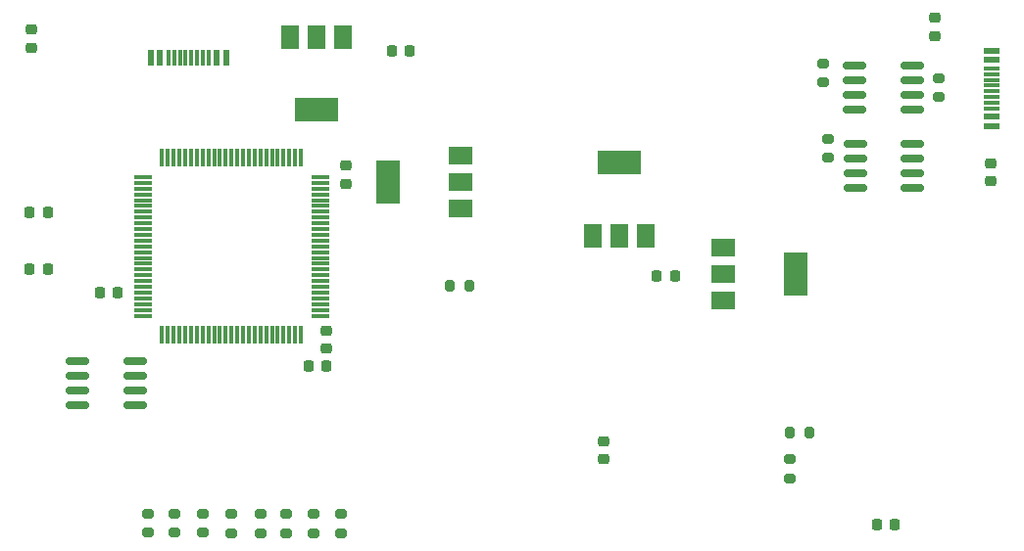
<source format=gbr>
%TF.GenerationSoftware,KiCad,Pcbnew,6.0.11+dfsg-1~bpo11+1*%
%TF.CreationDate,2023-04-24T16:35:23+03:00*%
%TF.ProjectId,usb_display,7573625f-6469-4737-906c-61792e6b6963,rev?*%
%TF.SameCoordinates,Original*%
%TF.FileFunction,Paste,Top*%
%TF.FilePolarity,Positive*%
%FSLAX46Y46*%
G04 Gerber Fmt 4.6, Leading zero omitted, Abs format (unit mm)*
G04 Created by KiCad (PCBNEW 6.0.11+dfsg-1~bpo11+1) date 2023-04-24 16:35:23*
%MOMM*%
%LPD*%
G01*
G04 APERTURE LIST*
G04 Aperture macros list*
%AMRoundRect*
0 Rectangle with rounded corners*
0 $1 Rounding radius*
0 $2 $3 $4 $5 $6 $7 $8 $9 X,Y pos of 4 corners*
0 Add a 4 corners polygon primitive as box body*
4,1,4,$2,$3,$4,$5,$6,$7,$8,$9,$2,$3,0*
0 Add four circle primitives for the rounded corners*
1,1,$1+$1,$2,$3*
1,1,$1+$1,$4,$5*
1,1,$1+$1,$6,$7*
1,1,$1+$1,$8,$9*
0 Add four rect primitives between the rounded corners*
20,1,$1+$1,$2,$3,$4,$5,0*
20,1,$1+$1,$4,$5,$6,$7,0*
20,1,$1+$1,$6,$7,$8,$9,0*
20,1,$1+$1,$8,$9,$2,$3,0*%
G04 Aperture macros list end*
%ADD10RoundRect,0.225000X-0.250000X0.225000X-0.250000X-0.225000X0.250000X-0.225000X0.250000X0.225000X0*%
%ADD11RoundRect,0.225000X-0.225000X-0.250000X0.225000X-0.250000X0.225000X0.250000X-0.225000X0.250000X0*%
%ADD12RoundRect,0.200000X-0.275000X0.200000X-0.275000X-0.200000X0.275000X-0.200000X0.275000X0.200000X0*%
%ADD13RoundRect,0.225000X0.225000X0.250000X-0.225000X0.250000X-0.225000X-0.250000X0.225000X-0.250000X0*%
%ADD14RoundRect,0.200000X-0.200000X-0.275000X0.200000X-0.275000X0.200000X0.275000X-0.200000X0.275000X0*%
%ADD15R,2.000000X1.500000*%
%ADD16R,2.000000X3.800000*%
%ADD17R,1.500000X2.000000*%
%ADD18R,3.800000X2.000000*%
%ADD19R,1.450000X0.600000*%
%ADD20R,1.450000X0.300000*%
%ADD21RoundRect,0.200000X0.200000X0.275000X-0.200000X0.275000X-0.200000X-0.275000X0.200000X-0.275000X0*%
%ADD22RoundRect,0.075000X-0.725000X-0.075000X0.725000X-0.075000X0.725000X0.075000X-0.725000X0.075000X0*%
%ADD23RoundRect,0.075000X-0.075000X-0.725000X0.075000X-0.725000X0.075000X0.725000X-0.075000X0.725000X0*%
%ADD24R,0.600000X1.450000*%
%ADD25R,0.300000X1.450000*%
%ADD26RoundRect,0.150000X-0.825000X-0.150000X0.825000X-0.150000X0.825000X0.150000X-0.825000X0.150000X0*%
%ADD27RoundRect,0.150000X0.825000X0.150000X-0.825000X0.150000X-0.825000X-0.150000X0.825000X-0.150000X0*%
%ADD28RoundRect,0.225000X0.250000X-0.225000X0.250000X0.225000X-0.250000X0.225000X-0.250000X-0.225000X0*%
G04 APERTURE END LIST*
D10*
%TO.C,C26*%
X85430000Y-80905000D03*
X85430000Y-82455000D03*
%TD*%
D11*
%TO.C,C18*%
X133065000Y-97700000D03*
X134615000Y-97700000D03*
%TD*%
D12*
%TO.C,R5*%
X79790000Y-96745000D03*
X79790000Y-98395000D03*
%TD*%
D13*
%TO.C,C2*%
X61385000Y-70640000D03*
X59835000Y-70640000D03*
%TD*%
D10*
%TO.C,C14*%
X138050000Y-53835000D03*
X138050000Y-55385000D03*
%TD*%
D14*
%TO.C,R17*%
X125545000Y-89730000D03*
X127195000Y-89730000D03*
%TD*%
D10*
%TO.C,C12*%
X142890000Y-66425000D03*
X142890000Y-67975000D03*
%TD*%
D13*
%TO.C,C23*%
X67425000Y-77600000D03*
X65875000Y-77600000D03*
%TD*%
D15*
%TO.C,Q4*%
X119720000Y-73710000D03*
X119720000Y-76010000D03*
X119720000Y-78310000D03*
D16*
X126020000Y-76010000D03*
%TD*%
D12*
%TO.C,R13*%
X138400000Y-59045000D03*
X138400000Y-60695000D03*
%TD*%
D17*
%TO.C,Q5*%
X108510000Y-72680000D03*
X110810000Y-72680000D03*
X113110000Y-72680000D03*
D18*
X110810000Y-66380000D03*
%TD*%
D19*
%TO.C,J5*%
X142935000Y-63190000D03*
X142935000Y-62390000D03*
D20*
X142935000Y-61190000D03*
X142935000Y-60190000D03*
X142935000Y-59690000D03*
X142935000Y-58690000D03*
D19*
X142935000Y-57490000D03*
X142935000Y-56690000D03*
X142935000Y-56690000D03*
X142935000Y-57490000D03*
D20*
X142935000Y-58190000D03*
X142935000Y-59190000D03*
X142935000Y-60690000D03*
X142935000Y-61690000D03*
D19*
X142935000Y-62390000D03*
X142935000Y-63190000D03*
%TD*%
D12*
%TO.C,R6*%
X81990000Y-96745000D03*
X81990000Y-98395000D03*
%TD*%
D21*
%TO.C,R15*%
X97805000Y-77010000D03*
X96155000Y-77010000D03*
%TD*%
D22*
%TO.C,U1*%
X69605000Y-67600000D03*
X69605000Y-68100000D03*
X69605000Y-68600000D03*
X69605000Y-69100000D03*
X69605000Y-69600000D03*
X69605000Y-70100000D03*
X69605000Y-70600000D03*
X69605000Y-71100000D03*
X69605000Y-71600000D03*
X69605000Y-72100000D03*
X69605000Y-72600000D03*
X69605000Y-73100000D03*
X69605000Y-73600000D03*
X69605000Y-74100000D03*
X69605000Y-74600000D03*
X69605000Y-75100000D03*
X69605000Y-75600000D03*
X69605000Y-76100000D03*
X69605000Y-76600000D03*
X69605000Y-77100000D03*
X69605000Y-77600000D03*
X69605000Y-78100000D03*
X69605000Y-78600000D03*
X69605000Y-79100000D03*
X69605000Y-79600000D03*
D23*
X71280000Y-81275000D03*
X71780000Y-81275000D03*
X72280000Y-81275000D03*
X72780000Y-81275000D03*
X73280000Y-81275000D03*
X73780000Y-81275000D03*
X74280000Y-81275000D03*
X74780000Y-81275000D03*
X75280000Y-81275000D03*
X75780000Y-81275000D03*
X76280000Y-81275000D03*
X76780000Y-81275000D03*
X77280000Y-81275000D03*
X77780000Y-81275000D03*
X78280000Y-81275000D03*
X78780000Y-81275000D03*
X79280000Y-81275000D03*
X79780000Y-81275000D03*
X80280000Y-81275000D03*
X80780000Y-81275000D03*
X81280000Y-81275000D03*
X81780000Y-81275000D03*
X82280000Y-81275000D03*
X82780000Y-81275000D03*
X83280000Y-81275000D03*
D22*
X84955000Y-79600000D03*
X84955000Y-79100000D03*
X84955000Y-78600000D03*
X84955000Y-78100000D03*
X84955000Y-77600000D03*
X84955000Y-77100000D03*
X84955000Y-76600000D03*
X84955000Y-76100000D03*
X84955000Y-75600000D03*
X84955000Y-75100000D03*
X84955000Y-74600000D03*
X84955000Y-74100000D03*
X84955000Y-73600000D03*
X84955000Y-73100000D03*
X84955000Y-72600000D03*
X84955000Y-72100000D03*
X84955000Y-71600000D03*
X84955000Y-71100000D03*
X84955000Y-70600000D03*
X84955000Y-70100000D03*
X84955000Y-69600000D03*
X84955000Y-69100000D03*
X84955000Y-68600000D03*
X84955000Y-68100000D03*
X84955000Y-67600000D03*
D23*
X83280000Y-65925000D03*
X82780000Y-65925000D03*
X82280000Y-65925000D03*
X81780000Y-65925000D03*
X81280000Y-65925000D03*
X80780000Y-65925000D03*
X80280000Y-65925000D03*
X79780000Y-65925000D03*
X79280000Y-65925000D03*
X78780000Y-65925000D03*
X78280000Y-65925000D03*
X77780000Y-65925000D03*
X77280000Y-65925000D03*
X76780000Y-65925000D03*
X76280000Y-65925000D03*
X75780000Y-65925000D03*
X75280000Y-65925000D03*
X74780000Y-65925000D03*
X74280000Y-65925000D03*
X73780000Y-65925000D03*
X73280000Y-65925000D03*
X72780000Y-65925000D03*
X72280000Y-65925000D03*
X71780000Y-65925000D03*
X71280000Y-65925000D03*
%TD*%
D13*
%TO.C,C22*%
X92705000Y-56710000D03*
X91155000Y-56710000D03*
%TD*%
D10*
%TO.C,C4*%
X59970000Y-54855000D03*
X59970000Y-56405000D03*
%TD*%
D24*
%TO.C,J3*%
X76820000Y-57245000D03*
X76020000Y-57245000D03*
D25*
X74820000Y-57245000D03*
X73820000Y-57245000D03*
X73320000Y-57245000D03*
X72320000Y-57245000D03*
D24*
X71120000Y-57245000D03*
X70320000Y-57245000D03*
X70320000Y-57245000D03*
X71120000Y-57245000D03*
D25*
X71820000Y-57245000D03*
X72820000Y-57245000D03*
X74320000Y-57245000D03*
X75320000Y-57245000D03*
D24*
X76020000Y-57245000D03*
X76820000Y-57245000D03*
%TD*%
D13*
%TO.C,C3*%
X61395000Y-75530000D03*
X59845000Y-75530000D03*
%TD*%
D26*
%TO.C,D1*%
X131175000Y-64745000D03*
X131175000Y-66015000D03*
X131175000Y-67285000D03*
X131175000Y-68555000D03*
X136125000Y-68555000D03*
X136125000Y-67285000D03*
X136125000Y-66015000D03*
X136125000Y-64745000D03*
%TD*%
D12*
%TO.C,R12*%
X128370000Y-57755000D03*
X128370000Y-59405000D03*
%TD*%
D26*
%TO.C,D2*%
X131145000Y-57975000D03*
X131145000Y-59245000D03*
X131145000Y-60515000D03*
X131145000Y-61785000D03*
X136095000Y-61785000D03*
X136095000Y-60515000D03*
X136095000Y-59245000D03*
X136095000Y-57975000D03*
%TD*%
D27*
%TO.C,U2*%
X68945000Y-87315000D03*
X68945000Y-86045000D03*
X68945000Y-84775000D03*
X68945000Y-83505000D03*
X63995000Y-83505000D03*
X63995000Y-84775000D03*
X63995000Y-86045000D03*
X63995000Y-87315000D03*
%TD*%
D12*
%TO.C,R7*%
X84370000Y-96755000D03*
X84370000Y-98405000D03*
%TD*%
D28*
%TO.C,C11*%
X109400000Y-91995000D03*
X109400000Y-90445000D03*
%TD*%
%TO.C,C1*%
X87160000Y-68185000D03*
X87160000Y-66635000D03*
%TD*%
D17*
%TO.C,U4*%
X86900000Y-55480000D03*
X84600000Y-55480000D03*
X82300000Y-55480000D03*
D18*
X84600000Y-61780000D03*
%TD*%
D12*
%TO.C,R3*%
X74770000Y-96735000D03*
X74770000Y-98385000D03*
%TD*%
D15*
%TO.C,Q6*%
X97100000Y-70310000D03*
X97100000Y-68010000D03*
X97100000Y-65710000D03*
D16*
X90800000Y-68010000D03*
%TD*%
D12*
%TO.C,R8*%
X86760000Y-96765000D03*
X86760000Y-98415000D03*
%TD*%
%TO.C,R4*%
X77300000Y-96745000D03*
X77300000Y-98395000D03*
%TD*%
%TO.C,R2*%
X72360000Y-96725000D03*
X72360000Y-98375000D03*
%TD*%
D11*
%TO.C,C16*%
X114045000Y-76120000D03*
X115595000Y-76120000D03*
%TD*%
%TO.C,C24*%
X83925000Y-83980000D03*
X85475000Y-83980000D03*
%TD*%
D12*
%TO.C,R16*%
X125560000Y-92005000D03*
X125560000Y-93655000D03*
%TD*%
%TO.C,R11*%
X128820000Y-64265000D03*
X128820000Y-65915000D03*
%TD*%
%TO.C,R1*%
X70080000Y-96725000D03*
X70080000Y-98375000D03*
%TD*%
M02*

</source>
